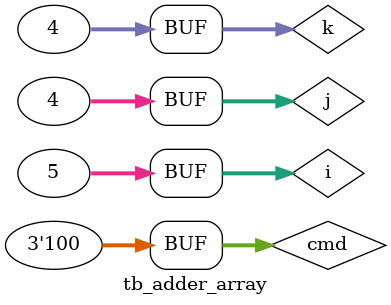
<source format=v>
`timescale 1ns / 1ps

module tb_adder_array();
    reg [2:0] cmd;
    reg [31:0] ain[3:0];
    reg [31:0] bin[3:0];
    wire [31:0] dout[3:0];
    wire [3:0] overflow;
    
    integer i, j, k;
    
    initial begin
        #10;
        for(i=0; i<=4; i=i+1) begin
            cmd <= i;
            for(j=0; j<=3; j=j+1) begin
                for(k=0; k<=3; k=k+1) begin
                    ain[k] <= $urandom%(2**32-1);
                    bin[k] <= $urandom%(2**32-1);
                end
                #20;
            end
        end
    end
    
    adder_array ADDER_ARRAY(
        .cmd(cmd),
        .ain0(ain[0]), .ain1(ain[1]), .ain2(ain[2]), .ain3(ain[3]),
        .bin0(bin[0]), .bin1(bin[1]), .bin2(bin[2]), .bin3(bin[3]),
        .dout0(dout[0]), .dout1(dout[1]), .dout2(dout[2]),.dout3(dout[3]),
        .overflow(overflow)
    );
    
endmodule
</source>
